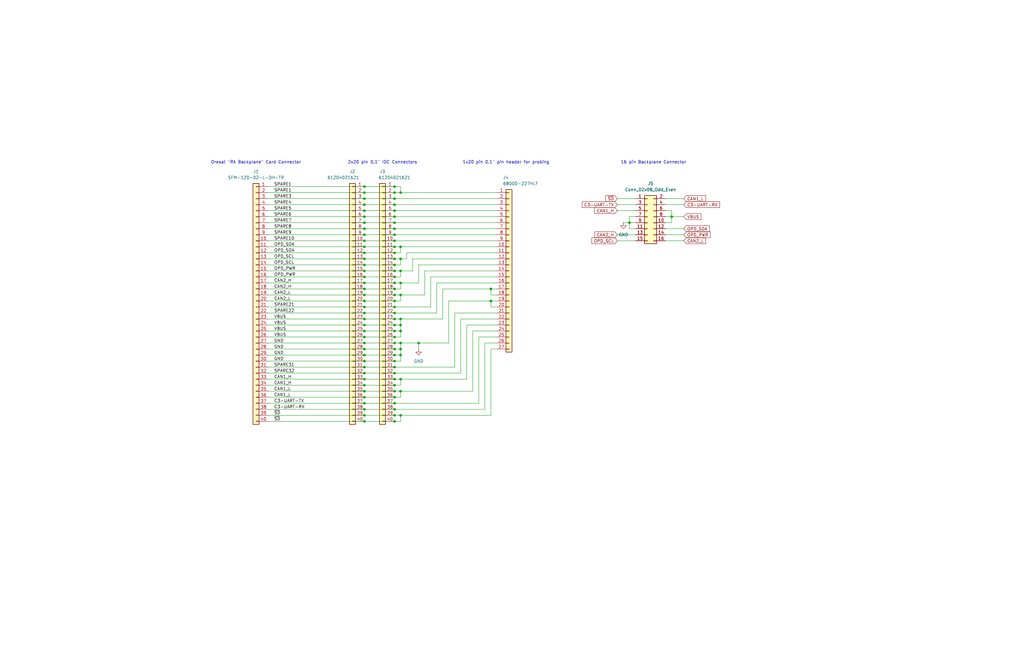
<source format=kicad_sch>
(kicad_sch (version 20231120) (generator "eeschema") (generator_version "8.0")
  (paper "USLedger")
  (title_block (title "OreSat FlatSat Card Connector") (date "2025-01-14") (rev "2.1"))
  (lib_symbols
    (symbol "Connector_Generic:Conn_01x27" (pin_names (offset 1.016) hide)
      (property "Reference" "J" (at 0 35.56 0))
      (property "Value" "Conn_01x27" (at 0 -35.56 0))
      (symbol "Conn_01x27_1_1"
        (rectangle (start -1.27 -32.893) (end 0 -33.147) (stroke (width 0.1524)))
        (rectangle (start -1.27 -30.353) (end 0 -30.607) (stroke (width 0.1524)))
        (rectangle (start -1.27 -27.813) (end 0 -28.067) (stroke (width 0.1524)))
        (rectangle (start -1.27 -25.273) (end 0 -25.527) (stroke (width 0.1524)))
        (rectangle (start -1.27 -22.733) (end 0 -22.987) (stroke (width 0.1524)))
        (rectangle (start -1.27 -20.193) (end 0 -20.447) (stroke (width 0.1524)))
        (rectangle (start -1.27 -17.653) (end 0 -17.907) (stroke (width 0.1524)))
        (rectangle (start -1.27 -15.113) (end 0 -15.367) (stroke (width 0.1524)))
        (rectangle (start -1.27 -12.573) (end 0 -12.827) (stroke (width 0.1524)))
        (rectangle (start -1.27 -10.033) (end 0 -10.287) (stroke (width 0.1524)))
        (rectangle (start -1.27 -7.493) (end 0 -7.747) (stroke (width 0.1524)))
        (rectangle (start -1.27 -4.953) (end 0 -5.207) (stroke (width 0.1524)))
        (rectangle (start -1.27 -2.413) (end 0 -2.667) (stroke (width 0.1524)))
        (rectangle (start -1.27 0.127) (end 0 -0.127) (stroke (width 0.1524)))
        (rectangle (start -1.27 2.667) (end 0 2.413) (stroke (width 0.1524)))
        (rectangle (start -1.27 5.207) (end 0 4.953) (stroke (width 0.1524)))
        (rectangle (start -1.27 7.747) (end 0 7.493) (stroke (width 0.1524)))
        (rectangle (start -1.27 10.287) (end 0 10.033) (stroke (width 0.1524)))
        (rectangle (start -1.27 12.827) (end 0 12.573) (stroke (width 0.1524)))
        (rectangle (start -1.27 15.367) (end 0 15.113) (stroke (width 0.1524)))
        (rectangle (start -1.27 17.907) (end 0 17.653) (stroke (width 0.1524)))
        (rectangle (start -1.27 20.447) (end 0 20.193) (stroke (width 0.1524)))
        (rectangle (start -1.27 22.987) (end 0 22.733) (stroke (width 0.1524)))
        (rectangle (start -1.27 25.527) (end 0 25.273) (stroke (width 0.1524)))
        (rectangle (start -1.27 28.067) (end 0 27.813) (stroke (width 0.1524)))
        (rectangle (start -1.27 30.607) (end 0 30.353) (stroke (width 0.1524)))
        (rectangle (start -1.27 33.147) (end 0 32.893) (stroke (width 0.1524)))
        (rectangle (start -1.27 34.29) (end 1.27 -34.29) (stroke (width 0.254)) (fill (type background)))
        (pin passive line (at -5.08 33.02 0) (length 3.81) (name "Pin_1") (number "1"))
        (pin passive line (at -5.08 10.16 0) (length 3.81) (name "Pin_10") (number "10"))
        (pin passive line (at -5.08 7.62 0) (length 3.81) (name "Pin_11") (number "11"))
        (pin passive line (at -5.08 5.08 0) (length 3.81) (name "Pin_12") (number "12"))
        (pin passive line (at -5.08 2.54 0) (length 3.81) (name "Pin_13") (number "13"))
        (pin passive line (at -5.08 0 0) (length 3.81) (name "Pin_14") (number "14"))
        (pin passive line (at -5.08 -2.54 0) (length 3.81) (name "Pin_15") (number "15"))
        (pin passive line (at -5.08 -5.08 0) (length 3.81) (name "Pin_16") (number "16"))
        (pin passive line (at -5.08 -7.62 0) (length 3.81) (name "Pin_17") (number "17"))
        (pin passive line (at -5.08 -10.16 0) (length 3.81) (name "Pin_18") (number "18"))
        (pin passive line (at -5.08 -12.7 0) (length 3.81) (name "Pin_19") (number "19"))
        (pin passive line (at -5.08 30.48 0) (length 3.81) (name "Pin_2") (number "2"))
        (pin passive line (at -5.08 -15.24 0) (length 3.81) (name "Pin_20") (number "20"))
        (pin passive line (at -5.08 -17.78 0) (length 3.81) (name "Pin_21") (number "21"))
        (pin passive line (at -5.08 -20.32 0) (length 3.81) (name "Pin_22") (number "22"))
        (pin passive line (at -5.08 -22.86 0) (length 3.81) (name "Pin_23") (number "23"))
        (pin passive line (at -5.08 -25.4 0) (length 3.81) (name "Pin_24") (number "24"))
        (pin passive line (at -5.08 -27.94 0) (length 3.81) (name "Pin_25") (number "25"))
        (pin passive line (at -5.08 -30.48 0) (length 3.81) (name "Pin_26") (number "26"))
        (pin passive line (at -5.08 -33.02 0) (length 3.81) (name "Pin_27") (number "27"))
        (pin passive line (at -5.08 27.94 0) (length 3.81) (name "Pin_3") (number "3"))
        (pin passive line (at -5.08 25.4 0) (length 3.81) (name "Pin_4") (number "4"))
        (pin passive line (at -5.08 22.86 0) (length 3.81) (name "Pin_5") (number "5"))
        (pin passive line (at -5.08 20.32 0) (length 3.81) (name "Pin_6") (number "6"))
        (pin passive line (at -5.08 17.78 0) (length 3.81) (name "Pin_7") (number "7"))
        (pin passive line (at -5.08 15.24 0) (length 3.81) (name "Pin_8") (number "8"))
        (pin passive line (at -5.08 12.7 0) (length 3.81) (name "Pin_9") (number "9"))
      )
    )
    (symbol "Connector_Generic:Conn_01x40" (pin_names (offset 1.016) hide)
      (property "Reference" "J" (at 0 50.8 0))
      (property "Value" "Conn_01x40" (at 0 -53.34 0))
      (symbol "Conn_01x40_1_1"
        (rectangle (start -1.27 -50.673) (end 0 -50.927) (stroke (width 0.1524)))
        (rectangle (start -1.27 -48.133) (end 0 -48.387) (stroke (width 0.1524)))
        (rectangle (start -1.27 -45.593) (end 0 -45.847) (stroke (width 0.1524)))
        (rectangle (start -1.27 -43.053) (end 0 -43.307) (stroke (width 0.1524)))
        (rectangle (start -1.27 -40.513) (end 0 -40.767) (stroke (width 0.1524)))
        (rectangle (start -1.27 -37.973) (end 0 -38.227) (stroke (width 0.1524)))
        (rectangle (start -1.27 -35.433) (end 0 -35.687) (stroke (width 0.1524)))
        (rectangle (start -1.27 -32.893) (end 0 -33.147) (stroke (width 0.1524)))
        (rectangle (start -1.27 -30.353) (end 0 -30.607) (stroke (width 0.1524)))
        (rectangle (start -1.27 -27.813) (end 0 -28.067) (stroke (width 0.1524)))
        (rectangle (start -1.27 -25.273) (end 0 -25.527) (stroke (width 0.1524)))
        (rectangle (start -1.27 -22.733) (end 0 -22.987) (stroke (width 0.1524)))
        (rectangle (start -1.27 -20.193) (end 0 -20.447) (stroke (width 0.1524)))
        (rectangle (start -1.27 -17.653) (end 0 -17.907) (stroke (width 0.1524)))
        (rectangle (start -1.27 -15.113) (end 0 -15.367) (stroke (width 0.1524)))
        (rectangle (start -1.27 -12.573) (end 0 -12.827) (stroke (width 0.1524)))
        (rectangle (start -1.27 -10.033) (end 0 -10.287) (stroke (width 0.1524)))
        (rectangle (start -1.27 -7.493) (end 0 -7.747) (stroke (width 0.1524)))
        (rectangle (start -1.27 -4.953) (end 0 -5.207) (stroke (width 0.1524)))
        (rectangle (start -1.27 -2.413) (end 0 -2.667) (stroke (width 0.1524)))
        (rectangle (start -1.27 0.127) (end 0 -0.127) (stroke (width 0.1524)))
        (rectangle (start -1.27 2.667) (end 0 2.413) (stroke (width 0.1524)))
        (rectangle (start -1.27 5.207) (end 0 4.953) (stroke (width 0.1524)))
        (rectangle (start -1.27 7.747) (end 0 7.493) (stroke (width 0.1524)))
        (rectangle (start -1.27 10.287) (end 0 10.033) (stroke (width 0.1524)))
        (rectangle (start -1.27 12.827) (end 0 12.573) (stroke (width 0.1524)))
        (rectangle (start -1.27 15.367) (end 0 15.113) (stroke (width 0.1524)))
        (rectangle (start -1.27 17.907) (end 0 17.653) (stroke (width 0.1524)))
        (rectangle (start -1.27 20.447) (end 0 20.193) (stroke (width 0.1524)))
        (rectangle (start -1.27 22.987) (end 0 22.733) (stroke (width 0.1524)))
        (rectangle (start -1.27 25.527) (end 0 25.273) (stroke (width 0.1524)))
        (rectangle (start -1.27 28.067) (end 0 27.813) (stroke (width 0.1524)))
        (rectangle (start -1.27 30.607) (end 0 30.353) (stroke (width 0.1524)))
        (rectangle (start -1.27 33.147) (end 0 32.893) (stroke (width 0.1524)))
        (rectangle (start -1.27 35.687) (end 0 35.433) (stroke (width 0.1524)))
        (rectangle (start -1.27 38.227) (end 0 37.973) (stroke (width 0.1524)))
        (rectangle (start -1.27 40.767) (end 0 40.513) (stroke (width 0.1524)))
        (rectangle (start -1.27 43.307) (end 0 43.053) (stroke (width 0.1524)))
        (rectangle (start -1.27 45.847) (end 0 45.593) (stroke (width 0.1524)))
        (rectangle (start -1.27 48.387) (end 0 48.133) (stroke (width 0.1524)))
        (rectangle (start -1.27 49.53) (end 1.27 -52.07) (stroke (width 0.254)) (fill (type background)))
        (pin passive line (at -5.08 48.26 0) (length 3.81) (name "Pin_1") (number "1"))
        (pin passive line (at -5.08 25.4 0) (length 3.81) (name "Pin_10") (number "10"))
        (pin passive line (at -5.08 22.86 0) (length 3.81) (name "Pin_11") (number "11"))
        (pin passive line (at -5.08 20.32 0) (length 3.81) (name "Pin_12") (number "12"))
        (pin passive line (at -5.08 17.78 0) (length 3.81) (name "Pin_13") (number "13"))
        (pin passive line (at -5.08 15.24 0) (length 3.81) (name "Pin_14") (number "14"))
        (pin passive line (at -5.08 12.7 0) (length 3.81) (name "Pin_15") (number "15"))
        (pin passive line (at -5.08 10.16 0) (length 3.81) (name "Pin_16") (number "16"))
        (pin passive line (at -5.08 7.62 0) (length 3.81) (name "Pin_17") (number "17"))
        (pin passive line (at -5.08 5.08 0) (length 3.81) (name "Pin_18") (number "18"))
        (pin passive line (at -5.08 2.54 0) (length 3.81) (name "Pin_19") (number "19"))
        (pin passive line (at -5.08 45.72 0) (length 3.81) (name "Pin_2") (number "2"))
        (pin passive line (at -5.08 0 0) (length 3.81) (name "Pin_20") (number "20"))
        (pin passive line (at -5.08 -2.54 0) (length 3.81) (name "Pin_21") (number "21"))
        (pin passive line (at -5.08 -5.08 0) (length 3.81) (name "Pin_22") (number "22"))
        (pin passive line (at -5.08 -7.62 0) (length 3.81) (name "Pin_23") (number "23"))
        (pin passive line (at -5.08 -10.16 0) (length 3.81) (name "Pin_24") (number "24"))
        (pin passive line (at -5.08 -12.7 0) (length 3.81) (name "Pin_25") (number "25"))
        (pin passive line (at -5.08 -15.24 0) (length 3.81) (name "Pin_26") (number "26"))
        (pin passive line (at -5.08 -17.78 0) (length 3.81) (name "Pin_27") (number "27"))
        (pin passive line (at -5.08 -20.32 0) (length 3.81) (name "Pin_28") (number "28"))
        (pin passive line (at -5.08 -22.86 0) (length 3.81) (name "Pin_29") (number "29"))
        (pin passive line (at -5.08 43.18 0) (length 3.81) (name "Pin_3") (number "3"))
        (pin passive line (at -5.08 -25.4 0) (length 3.81) (name "Pin_30") (number "30"))
        (pin passive line (at -5.08 -27.94 0) (length 3.81) (name "Pin_31") (number "31"))
        (pin passive line (at -5.08 -30.48 0) (length 3.81) (name "Pin_32") (number "32"))
        (pin passive line (at -5.08 -33.02 0) (length 3.81) (name "Pin_33") (number "33"))
        (pin passive line (at -5.08 -35.56 0) (length 3.81) (name "Pin_34") (number "34"))
        (pin passive line (at -5.08 -38.1 0) (length 3.81) (name "Pin_35") (number "35"))
        (pin passive line (at -5.08 -40.64 0) (length 3.81) (name "Pin_36") (number "36"))
        (pin passive line (at -5.08 -43.18 0) (length 3.81) (name "Pin_37") (number "37"))
        (pin passive line (at -5.08 -45.72 0) (length 3.81) (name "Pin_38") (number "38"))
        (pin passive line (at -5.08 -48.26 0) (length 3.81) (name "Pin_39") (number "39"))
        (pin passive line (at -5.08 40.64 0) (length 3.81) (name "Pin_4") (number "4"))
        (pin passive line (at -5.08 -50.8 0) (length 3.81) (name "Pin_40") (number "40"))
        (pin passive line (at -5.08 38.1 0) (length 3.81) (name "Pin_5") (number "5"))
        (pin passive line (at -5.08 35.56 0) (length 3.81) (name "Pin_6") (number "6"))
        (pin passive line (at -5.08 33.02 0) (length 3.81) (name "Pin_7") (number "7"))
        (pin passive line (at -5.08 30.48 0) (length 3.81) (name "Pin_8") (number "8"))
        (pin passive line (at -5.08 27.94 0) (length 3.81) (name "Pin_9") (number "9"))
      )
    )
    (symbol "Connector_Generic:Conn_02x08_Odd_Even" (pin_names (offset 1.016) hide)
      (property "Reference" "J" (at 1.27 10.16 0))
      (property "Value" "Conn_02x08_Odd_Even" (at 1.27 -12.7 0))
      (symbol "Conn_02x08_Odd_Even_1_1"
        (rectangle (start -1.27 -10.033) (end 0 -10.287) (stroke (width 0.1524)))
        (rectangle (start -1.27 -7.493) (end 0 -7.747) (stroke (width 0.1524)))
        (rectangle (start -1.27 -4.953) (end 0 -5.207) (stroke (width 0.1524)))
        (rectangle (start -1.27 -2.413) (end 0 -2.667) (stroke (width 0.1524)))
        (rectangle (start -1.27 0.127) (end 0 -0.127) (stroke (width 0.1524)))
        (rectangle (start -1.27 2.667) (end 0 2.413) (stroke (width 0.1524)))
        (rectangle (start -1.27 5.207) (end 0 4.953) (stroke (width 0.1524)))
        (rectangle (start -1.27 7.747) (end 0 7.493) (stroke (width 0.1524)))
        (rectangle (start -1.27 8.89) (end 3.81 -11.43) (stroke (width 0.254)) (fill (type background)))
        (rectangle (start 3.81 -10.033) (end 2.54 -10.287) (stroke (width 0.1524)))
        (rectangle (start 3.81 -7.493) (end 2.54 -7.747) (stroke (width 0.1524)))
        (rectangle (start 3.81 -4.953) (end 2.54 -5.207) (stroke (width 0.1524)))
        (rectangle (start 3.81 -2.413) (end 2.54 -2.667) (stroke (width 0.1524)))
        (rectangle (start 3.81 0.127) (end 2.54 -0.127) (stroke (width 0.1524)))
        (rectangle (start 3.81 2.667) (end 2.54 2.413) (stroke (width 0.1524)))
        (rectangle (start 3.81 5.207) (end 2.54 4.953) (stroke (width 0.1524)))
        (rectangle (start 3.81 7.747) (end 2.54 7.493) (stroke (width 0.1524)))
        (pin passive line (at -5.08 7.62 0) (length 3.81) (name "Pin_1") (number "1"))
        (pin passive line (at 7.62 -2.54 180) (length 3.81) (name "Pin_10") (number "10"))
        (pin passive line (at -5.08 -5.08 0) (length 3.81) (name "Pin_11") (number "11"))
        (pin passive line (at 7.62 -5.08 180) (length 3.81) (name "Pin_12") (number "12"))
        (pin passive line (at -5.08 -7.62 0) (length 3.81) (name "Pin_13") (number "13"))
        (pin passive line (at 7.62 -7.62 180) (length 3.81) (name "Pin_14") (number "14"))
        (pin passive line (at -5.08 -10.16 0) (length 3.81) (name "Pin_15") (number "15"))
        (pin passive line (at 7.62 -10.16 180) (length 3.81) (name "Pin_16") (number "16"))
        (pin passive line (at 7.62 7.62 180) (length 3.81) (name "Pin_2") (number "2"))
        (pin passive line (at -5.08 5.08 0) (length 3.81) (name "Pin_3") (number "3"))
        (pin passive line (at 7.62 5.08 180) (length 3.81) (name "Pin_4") (number "4"))
        (pin passive line (at -5.08 2.54 0) (length 3.81) (name "Pin_5") (number "5"))
        (pin passive line (at 7.62 2.54 180) (length 3.81) (name "Pin_6") (number "6"))
        (pin passive line (at -5.08 0 0) (length 3.81) (name "Pin_7") (number "7"))
        (pin passive line (at 7.62 0 180) (length 3.81) (name "Pin_8") (number "8"))
        (pin passive line (at -5.08 -2.54 0) (length 3.81) (name "Pin_9") (number "9"))
      )
    )
    (symbol "power:GND" (power) (pin_numbers hide) (pin_names (offset 0) hide)
      (property "Value" "GND" (at 0 -3.81 0))
      (symbol "GND_0_1"
        (polyline (pts (xy 0 0) (xy 0 -1.27) (xy 1.27 -1.27) (xy 0 -2.54) (xy -1.27 -1.27) (xy 0 -1.27)))
      )
      (symbol "GND_1_1"
        (pin power_in line (at 0 0 270) (length 0) (name "~") (number "1"))
      )
    )
  )
  (junction (at 166.37 152.4) (diameter 0.9144))
  (junction (at 153.67 83.82) (diameter 0.9144))
  (junction (at 166.37 78.74) (diameter 0.9144))
  (junction (at 166.37 129.54) (diameter 0.9144))
  (junction (at 166.37 167.64) (diameter 0.9144))
  (junction (at 166.37 83.82) (diameter 0.9144))
  (junction (at 153.67 119.38) (diameter 0.9144))
  (junction (at 166.37 91.44) (diameter 0.9144))
  (junction (at 168.91 109.22) (diameter 0.9144))
  (junction (at 166.37 144.78) (diameter 0.9144))
  (junction (at 168.91 147.32) (diameter 0.9144))
  (junction (at 153.67 114.3) (diameter 0.9144))
  (junction (at 153.67 91.44) (diameter 0.9144))
  (junction (at 153.67 152.4) (diameter 0.9144))
  (junction (at 166.37 81.28) (diameter 0.9144))
  (junction (at 153.67 96.52) (diameter 0.9144))
  (junction (at 153.67 149.86) (diameter 0.9144))
  (junction (at 168.91 160.02) (diameter 0.9144))
  (junction (at 166.37 86.36) (diameter 0.9144))
  (junction (at 153.67 93.98) (diameter 0.9144))
  (junction (at 153.67 99.06) (diameter 0.9144))
  (junction (at 153.67 124.46) (diameter 0.9144))
  (junction (at 153.67 162.56) (diameter 0.9144))
  (junction (at 153.67 109.22) (diameter 0.9144))
  (junction (at 153.67 129.54) (diameter 0.9144))
  (junction (at 166.37 132.08) (diameter 0.9144))
  (junction (at 166.37 149.86) (diameter 0.9144))
  (junction (at 166.37 127) (diameter 0.9144))
  (junction (at 168.91 149.86) (diameter 0.9144))
  (junction (at 283.21 91.44))
  (junction (at 207.01 121.92) (diameter 0.9144))
  (junction (at 166.37 137.16) (diameter 0.9144))
  (junction (at 153.67 175.26) (diameter 0.9144))
  (junction (at 153.67 104.14) (diameter 0.9144))
  (junction (at 166.37 177.8) (diameter 0.9144))
  (junction (at 166.37 104.14) (diameter 0.9144))
  (junction (at 153.67 88.9) (diameter 0.9144))
  (junction (at 168.91 165.1) (diameter 0.9144))
  (junction (at 166.37 114.3) (diameter 0.9144))
  (junction (at 166.37 119.38) (diameter 0.9144))
  (junction (at 166.37 162.56) (diameter 0.9144))
  (junction (at 166.37 124.46) (diameter 0.9144))
  (junction (at 153.67 101.6) (diameter 0.9144))
  (junction (at 168.91 104.14) (diameter 0.9144))
  (junction (at 168.91 124.46) (diameter 0.9144))
  (junction (at 153.67 116.84) (diameter 0.9144))
  (junction (at 166.37 157.48) (diameter 0.9144))
  (junction (at 153.67 127) (diameter 0.9144))
  (junction (at 166.37 96.52) (diameter 0.9144))
  (junction (at 166.37 142.24) (diameter 0.9144))
  (junction (at 166.37 160.02) (diameter 0.9144))
  (junction (at 153.67 160.02) (diameter 0.9144))
  (junction (at 153.67 106.68) (diameter 0.9144))
  (junction (at 153.67 177.8) (diameter 0.9144))
  (junction (at 153.67 78.74) (diameter 0.9144))
  (junction (at 153.67 121.92) (diameter 0.9144))
  (junction (at 166.37 111.76) (diameter 0.9144))
  (junction (at 166.37 170.18) (diameter 0.9144))
  (junction (at 166.37 109.22) (diameter 0.9144))
  (junction (at 153.67 170.18) (diameter 0.9144))
  (junction (at 168.91 139.7) (diameter 0.9144))
  (junction (at 166.37 88.9) (diameter 0.9144))
  (junction (at 153.67 111.76) (diameter 0.9144))
  (junction (at 166.37 147.32) (diameter 0.9144))
  (junction (at 166.37 165.1) (diameter 0.9144))
  (junction (at 153.67 142.24) (diameter 0.9144))
  (junction (at 166.37 172.72) (diameter 0.9144))
  (junction (at 265.43 93.98))
  (junction (at 168.91 81.28) (diameter 0.9144))
  (junction (at 166.37 106.68) (diameter 0.9144))
  (junction (at 153.67 134.62) (diameter 0.9144))
  (junction (at 207.01 127) (diameter 0.9144))
  (junction (at 153.67 81.28) (diameter 0.9144))
  (junction (at 176.53 144.78))
  (junction (at 153.67 86.36) (diameter 0.9144))
  (junction (at 153.67 157.48) (diameter 0.9144))
  (junction (at 166.37 101.6) (diameter 0.9144))
  (junction (at 153.67 144.78) (diameter 0.9144))
  (junction (at 166.37 139.7) (diameter 0.9144))
  (junction (at 153.67 147.32) (diameter 0.9144))
  (junction (at 153.67 167.64) (diameter 0.9144))
  (junction (at 166.37 154.94) (diameter 0.9144))
  (junction (at 168.91 175.26) (diameter 0.9144))
  (junction (at 168.91 137.16) (diameter 0.9144))
  (junction (at 153.67 172.72) (diameter 0.9144))
  (junction (at 166.37 116.84) (diameter 0.9144))
  (junction (at 153.67 154.94) (diameter 0.9144))
  (junction (at 153.67 139.7) (diameter 0.9144))
  (junction (at 168.91 114.3) (diameter 0.9144))
  (junction (at 166.37 121.92) (diameter 0.9144))
  (junction (at 166.37 99.06) (diameter 0.9144))
  (junction (at 153.67 132.08) (diameter 0.9144))
  (junction (at 153.67 165.1) (diameter 0.9144))
  (junction (at 168.91 119.38) (diameter 0.9144))
  (junction (at 168.91 134.62) (diameter 0.9144))
  (junction (at 153.67 137.16) (diameter 0.9144))
  (junction (at 166.37 134.62) (diameter 0.9144))
  (junction (at 168.91 144.78) (diameter 0.9144))
  (junction (at 166.37 175.26) (diameter 0.9144))
  (junction (at 166.37 93.98) (diameter 0.9144))
  (wire (pts (xy 166.37 111.76) (xy 168.91 111.76)))
  (wire (pts (xy 168.91 109.22) (xy 171.45 109.22)))
  (wire (pts (xy 168.91 111.76) (xy 168.91 109.22)))
  (wire (pts (xy 153.67 111.76) (xy 166.37 111.76)))
  (wire (pts (xy 113.03 104.14) (xy 153.67 104.14)))
  (wire (pts (xy 267.97 93.98) (xy 265.43 93.98)))
  (wire (pts (xy 166.37 154.94) (xy 191.77 154.94)))
  (wire (pts (xy 191.77 154.94) (xy 191.77 132.08)))
  (wire (pts (xy 113.03 162.56) (xy 153.67 162.56)))
  (wire (pts (xy 113.03 91.44) (xy 153.67 91.44)))
  (wire (pts (xy 166.37 114.3) (xy 168.91 114.3)))
  (wire (pts (xy 166.37 116.84) (xy 168.91 116.84)))
  (wire (pts (xy 168.91 116.84) (xy 168.91 114.3)))
  (wire (pts (xy 283.21 91.44) (xy 288.29 91.44)))
  (wire (pts (xy 168.91 104.14) (xy 168.91 106.68)))
  (wire (pts (xy 265.43 93.98) (xy 265.43 96.52)))
  (wire (pts (xy 166.37 109.22) (xy 168.91 109.22)))
  (wire (pts (xy 199.39 139.7) (xy 209.55 139.7)))
  (wire (pts (xy 184.15 119.38) (xy 184.15 132.08)))
  (wire (pts (xy 209.55 119.38) (xy 184.15 119.38)))
  (wire (pts (xy 113.03 144.78) (xy 153.67 144.78)))
  (wire (pts (xy 166.37 104.14) (xy 168.91 104.14)))
  (wire (pts (xy 153.67 93.98) (xy 166.37 93.98)))
  (wire (pts (xy 194.31 134.62) (xy 209.55 134.62)))
  (wire (pts (xy 166.37 152.4) (xy 168.91 152.4)))
  (wire (pts (xy 168.91 149.86) (xy 168.91 147.32)))
  (wire (pts (xy 168.91 152.4) (xy 168.91 149.86)))
  (wire (pts (xy 260.35 101.6) (xy 267.97 101.6)))
  (wire (pts (xy 153.67 165.1) (xy 166.37 165.1)))
  (wire (pts (xy 113.03 160.02) (xy 153.67 160.02)))
  (wire (pts (xy 191.77 132.08) (xy 209.55 132.08)))
  (wire (pts (xy 189.23 127) (xy 189.23 144.78)))
  (wire (pts (xy 171.45 106.68) (xy 171.45 109.22)))
  (wire (pts (xy 209.55 106.68) (xy 171.45 106.68)))
  (wire (pts (xy 153.67 167.64) (xy 166.37 167.64)))
  (wire (pts (xy 113.03 96.52) (xy 153.67 96.52)))
  (wire (pts (xy 113.03 132.08) (xy 153.67 132.08)))
  (wire (pts (xy 113.03 152.4) (xy 153.67 152.4)))
  (wire (pts (xy 166.37 134.62) (xy 168.91 134.62)))
  (wire (pts (xy 168.91 134.62) (xy 168.91 137.16)))
  (wire (pts (xy 265.43 91.44) (xy 265.43 93.98)))
  (wire (pts (xy 113.03 101.6) (xy 153.67 101.6)))
  (wire (pts (xy 207.01 127) (xy 209.55 127)))
  (wire (pts (xy 207.01 129.54) (xy 207.01 127)))
  (wire (pts (xy 209.55 129.54) (xy 207.01 129.54)))
  (wire (pts (xy 168.91 165.1) (xy 199.39 165.1)))
  (wire (pts (xy 199.39 139.7) (xy 199.39 165.1)))
  (wire (pts (xy 153.67 121.92) (xy 166.37 121.92)))
  (wire (pts (xy 153.67 106.68) (xy 166.37 106.68)))
  (wire (pts (xy 113.03 116.84) (xy 153.67 116.84)))
  (wire (pts (xy 280.67 96.52) (xy 288.29 96.52)))
  (wire (pts (xy 179.07 114.3) (xy 179.07 124.46)))
  (wire (pts (xy 209.55 114.3) (xy 179.07 114.3)))
  (wire (pts (xy 153.67 104.14) (xy 166.37 104.14)))
  (wire (pts (xy 201.93 142.24) (xy 209.55 142.24)))
  (wire (pts (xy 153.67 88.9) (xy 166.37 88.9)))
  (wire (pts (xy 153.67 101.6) (xy 166.37 101.6)))
  (wire (pts (xy 153.67 81.28) (xy 166.37 81.28)))
  (wire (pts (xy 113.03 177.8) (xy 153.67 177.8)))
  (wire (pts (xy 260.35 88.9) (xy 267.97 88.9)))
  (wire (pts (xy 153.67 147.32) (xy 166.37 147.32)))
  (wire (pts (xy 283.21 91.44) (xy 283.21 93.98)))
  (wire (pts (xy 176.53 144.78) (xy 176.53 147.32)))
  (wire (pts (xy 113.03 172.72) (xy 153.67 172.72)))
  (wire (pts (xy 166.37 147.32) (xy 168.91 147.32)))
  (wire (pts (xy 280.67 86.36) (xy 288.29 86.36)))
  (wire (pts (xy 280.67 99.06) (xy 288.29 99.06)))
  (wire (pts (xy 153.67 119.38) (xy 166.37 119.38)))
  (wire (pts (xy 166.37 137.16) (xy 168.91 137.16)))
  (wire (pts (xy 166.37 91.44) (xy 209.55 91.44)))
  (wire (pts (xy 166.37 129.54) (xy 181.61 129.54)))
  (wire (pts (xy 153.67 152.4) (xy 166.37 152.4)))
  (wire (pts (xy 153.67 132.08) (xy 166.37 132.08)))
  (wire (pts (xy 113.03 157.48) (xy 153.67 157.48)))
  (wire (pts (xy 260.35 99.06) (xy 267.97 99.06)))
  (wire (pts (xy 113.03 165.1) (xy 153.67 165.1)))
  (wire (pts (xy 166.37 119.38) (xy 168.91 119.38)))
  (wire (pts (xy 168.91 119.38) (xy 168.91 121.92)))
  (wire (pts (xy 176.53 144.78) (xy 189.23 144.78)))
  (wire (pts (xy 166.37 160.02) (xy 168.91 160.02)))
  (wire (pts (xy 166.37 162.56) (xy 168.91 162.56)))
  (wire (pts (xy 168.91 160.02) (xy 168.91 162.56)))
  (wire (pts (xy 166.37 177.8) (xy 168.91 177.8)))
  (wire (pts (xy 168.91 175.26) (xy 166.37 175.26)))
  (wire (pts (xy 168.91 177.8) (xy 168.91 175.26)))
  (wire (pts (xy 168.91 134.62) (xy 186.69 134.62)))
  (wire (pts (xy 166.37 106.68) (xy 168.91 106.68)))
  (wire (pts (xy 260.35 83.82) (xy 267.97 83.82)))
  (wire (pts (xy 113.03 170.18) (xy 153.67 170.18)))
  (wire (pts (xy 168.91 114.3) (xy 173.99 114.3)))
  (wire (pts (xy 280.67 93.98) (xy 283.21 93.98)))
  (wire (pts (xy 196.85 137.16) (xy 209.55 137.16)))
  (wire (pts (xy 113.03 149.86) (xy 153.67 149.86)))
  (wire (pts (xy 260.35 86.36) (xy 267.97 86.36)))
  (wire (pts (xy 166.37 142.24) (xy 168.91 142.24)))
  (wire (pts (xy 168.91 139.7) (xy 168.91 137.16)))
  (wire (pts (xy 168.91 142.24) (xy 168.91 139.7)))
  (wire (pts (xy 166.37 93.98) (xy 209.55 93.98)))
  (wire (pts (xy 113.03 147.32) (xy 153.67 147.32)))
  (wire (pts (xy 153.67 142.24) (xy 166.37 142.24)))
  (wire (pts (xy 168.91 119.38) (xy 176.53 119.38)))
  (wire (pts (xy 153.67 160.02) (xy 166.37 160.02)))
  (wire (pts (xy 153.67 134.62) (xy 166.37 134.62)))
  (wire (pts (xy 166.37 157.48) (xy 194.31 157.48)))
  (wire (pts (xy 194.31 134.62) (xy 194.31 157.48)))
  (wire (pts (xy 153.67 86.36) (xy 166.37 86.36)))
  (wire (pts (xy 113.03 137.16) (xy 153.67 137.16)))
  (wire (pts (xy 153.67 175.26) (xy 166.37 175.26)))
  (wire (pts (xy 207.01 121.92) (xy 207.01 124.46)))
  (wire (pts (xy 209.55 124.46) (xy 207.01 124.46)))
  (wire (pts (xy 153.67 91.44) (xy 166.37 91.44)))
  (wire (pts (xy 153.67 129.54) (xy 166.37 129.54)))
  (wire (pts (xy 153.67 99.06) (xy 166.37 99.06)))
  (wire (pts (xy 166.37 81.28) (xy 168.91 81.28)))
  (wire (pts (xy 168.91 81.28) (xy 209.55 81.28)))
  (wire (pts (xy 265.43 96.52) (xy 267.97 96.52)))
  (wire (pts (xy 166.37 139.7) (xy 168.91 139.7)))
  (wire (pts (xy 153.67 137.16) (xy 166.37 137.16)))
  (wire (pts (xy 153.67 144.78) (xy 166.37 144.78)))
  (wire (pts (xy 153.67 124.46) (xy 166.37 124.46)))
  (wire (pts (xy 168.91 160.02) (xy 196.85 160.02)))
  (wire (pts (xy 173.99 109.22) (xy 209.55 109.22)))
  (wire (pts (xy 173.99 114.3) (xy 173.99 109.22)))
  (wire (pts (xy 166.37 172.72) (xy 204.47 172.72)))
  (wire (pts (xy 204.47 172.72) (xy 204.47 144.78)))
  (wire (pts (xy 166.37 170.18) (xy 201.93 170.18)))
  (wire (pts (xy 201.93 170.18) (xy 201.93 142.24)))
  (wire (pts (xy 113.03 111.76) (xy 153.67 111.76)))
  (wire (pts (xy 113.03 127) (xy 153.67 127)))
  (wire (pts (xy 166.37 86.36) (xy 209.55 86.36)))
  (wire (pts (xy 153.67 83.82) (xy 166.37 83.82)))
  (wire (pts (xy 153.67 127) (xy 166.37 127)))
  (wire (pts (xy 113.03 175.26) (xy 153.67 175.26)))
  (wire (pts (xy 153.67 116.84) (xy 166.37 116.84)))
  (wire (pts (xy 166.37 144.78) (xy 168.91 144.78)))
  (wire (pts (xy 168.91 144.78) (xy 168.91 147.32)))
  (wire (pts (xy 113.03 139.7) (xy 153.67 139.7)))
  (wire (pts (xy 113.03 167.64) (xy 153.67 167.64)))
  (wire (pts (xy 153.67 114.3) (xy 166.37 114.3)))
  (wire (pts (xy 166.37 99.06) (xy 209.55 99.06)))
  (wire (pts (xy 166.37 96.52) (xy 209.55 96.52)))
  (wire (pts (xy 113.03 106.68) (xy 153.67 106.68)))
  (wire (pts (xy 166.37 121.92) (xy 168.91 121.92)))
  (wire (pts (xy 166.37 101.6) (xy 209.55 101.6)))
  (wire (pts (xy 207.01 147.32) (xy 209.55 147.32)))
  (wire (pts (xy 207.01 175.26) (xy 207.01 147.32)))
  (wire (pts (xy 113.03 83.82) (xy 153.67 83.82)))
  (wire (pts (xy 166.37 88.9) (xy 209.55 88.9)))
  (wire (pts (xy 166.37 83.82) (xy 209.55 83.82)))
  (wire (pts (xy 113.03 86.36) (xy 153.67 86.36)))
  (wire (pts (xy 153.67 96.52) (xy 166.37 96.52)))
  (wire (pts (xy 113.03 124.46) (xy 153.67 124.46)))
  (wire (pts (xy 153.67 157.48) (xy 166.37 157.48)))
  (wire (pts (xy 280.67 91.44) (xy 283.21 91.44)))
  (wire (pts (xy 113.03 81.28) (xy 153.67 81.28)))
  (wire (pts (xy 166.37 165.1) (xy 168.91 165.1)))
  (wire (pts (xy 166.37 78.74) (xy 168.91 78.74)))
  (wire (pts (xy 168.91 78.74) (xy 168.91 81.28)))
  (wire (pts (xy 153.67 177.8) (xy 166.37 177.8)))
  (wire (pts (xy 113.03 114.3) (xy 153.67 114.3)))
  (wire (pts (xy 166.37 132.08) (xy 184.15 132.08)))
  (wire (pts (xy 283.21 88.9) (xy 283.21 91.44)))
  (wire (pts (xy 280.67 83.82) (xy 288.29 83.82)))
  (wire (pts (xy 280.67 88.9) (xy 283.21 88.9)))
  (wire (pts (xy 181.61 116.84) (xy 181.61 129.54)))
  (wire (pts (xy 209.55 116.84) (xy 181.61 116.84)))
  (wire (pts (xy 153.67 109.22) (xy 166.37 109.22)))
  (wire (pts (xy 113.03 99.06) (xy 153.67 99.06)))
  (wire (pts (xy 168.91 144.78) (xy 176.53 144.78)))
  (wire (pts (xy 168.91 175.26) (xy 207.01 175.26)))
  (wire (pts (xy 189.23 127) (xy 207.01 127)))
  (wire (pts (xy 113.03 109.22) (xy 153.67 109.22)))
  (wire (pts (xy 153.67 149.86) (xy 166.37 149.86)))
  (wire (pts (xy 113.03 129.54) (xy 153.67 129.54)))
  (wire (pts (xy 153.67 170.18) (xy 166.37 170.18)))
  (wire (pts (xy 113.03 78.74) (xy 153.67 78.74)))
  (wire (pts (xy 113.03 88.9) (xy 153.67 88.9)))
  (wire (pts (xy 113.03 119.38) (xy 153.67 119.38)))
  (wire (pts (xy 113.03 142.24) (xy 153.67 142.24)))
  (wire (pts (xy 113.03 134.62) (xy 153.67 134.62)))
  (wire (pts (xy 166.37 149.86) (xy 168.91 149.86)))
  (wire (pts (xy 113.03 93.98) (xy 153.67 93.98)))
  (wire (pts (xy 280.67 101.6) (xy 288.29 101.6)))
  (wire (pts (xy 168.91 104.14) (xy 209.55 104.14)))
  (wire (pts (xy 153.67 139.7) (xy 166.37 139.7)))
  (wire (pts (xy 204.47 144.78) (xy 209.55 144.78)))
  (wire (pts (xy 153.67 78.74) (xy 166.37 78.74)))
  (wire (pts (xy 113.03 121.92) (xy 153.67 121.92)))
  (wire (pts (xy 166.37 167.64) (xy 168.91 167.64)))
  (wire (pts (xy 168.91 165.1) (xy 168.91 167.64)))
  (wire (pts (xy 267.97 91.44) (xy 265.43 91.44)))
  (wire (pts (xy 153.67 154.94) (xy 166.37 154.94)))
  (wire (pts (xy 153.67 162.56) (xy 166.37 162.56)))
  (wire (pts (xy 176.53 111.76) (xy 176.53 119.38)))
  (wire (pts (xy 209.55 111.76) (xy 176.53 111.76)))
  (wire (pts (xy 166.37 127) (xy 168.91 127)))
  (wire (pts (xy 168.91 124.46) (xy 179.07 124.46)))
  (wire (pts (xy 168.91 127) (xy 168.91 124.46)))
  (wire (pts (xy 196.85 160.02) (xy 196.85 137.16)))
  (wire (pts (xy 186.69 121.92) (xy 186.69 134.62)))
  (wire (pts (xy 207.01 121.92) (xy 186.69 121.92)))
  (wire (pts (xy 209.55 121.92) (xy 207.01 121.92)))
  (wire (pts (xy 166.37 124.46) (xy 168.91 124.46)))
  (wire (pts (xy 153.67 172.72) (xy 166.37 172.72)))
  (wire (pts (xy 113.03 154.94) (xy 153.67 154.94)))
  (wire (pts (xy 265.43 93.98) (xy 262.89 93.98)))
  (text "16 pin Backplane Connector" (at 275.59 68.58 0) (effects (font (size 1.27 1.27))))
  (text "1x20 pin 0.1\" pin header for probing\n" (at 213.36 68.58 0) (effects (font (size 1.27 1.27))))
  (text "Oresat \"RA Backplane\" Card Connector" (at 107.95 68.58 0) (effects (font (size 1.27 1.27))))
  (text "2x20 pin 0.1\" IDC Connectors" (at 161.29 68.58 0) (effects (font (size 1.27 1.27))))
  (label "OPD_SCL" (at 115.5385 111.76 0))
  (label "SPARE7" (at 115.57 93.98 0))
  (label "SPARE4" (at 115.57 86.36 0))
  (label "SPARE8" (at 115.57 96.52 0))
  (label "GND" (at 115.57 147.32 0))
  (label "C3-UART-TX" (at 115.57 170.18 0))
  (label "CAN1_L" (at 115.57 165.1 0))
  (label "~{SD}" (at 115.57 177.8 0))
  (label "CAN2_L" (at 115.57 127 0))
  (label "VBUS" (at 115.57 142.24 0))
  (label "OPD_PWR" (at 115.57 116.84 0))
  (label "CAN1_H" (at 115.57 160.02 0))
  (label "GND" (at 115.57 144.78 0))
  (label "SPARE22" (at 115.57 132.08 0))
  (label "OPD_SCL" (at 115.57 109.22 0))
  (label "SPARE3" (at 115.57 83.82 0))
  (label "CAN2_L" (at 115.57 124.46 0))
  (label "CAN2_H" (at 115.57 121.92 0))
  (label "SPARE1" (at 115.57 78.74 0))
  (label "VBUS" (at 115.57 139.7 0))
  (label "SPARE5" (at 115.57 88.9 0))
  (label "C3-UART-RX" (at 115.57 172.72 0))
  (label "OPD_SDA" (at 115.57 106.68 0))
  (label "VBUS" (at 115.57 134.62 0))
  (label "OPD_PWR" (at 115.57 114.3 0))
  (label "SPARE32" (at 115.57 157.48 0))
  (label "SPARE21" (at 115.57 129.54 0))
  (label "CAN1_H" (at 115.57 162.56 0))
  (label "CAN1_L" (at 115.57 167.64 0))
  (label "CAN2_H" (at 115.57 119.38 0))
  (label "GND" (at 115.57 152.4 0))
  (label "GND" (at 115.57 149.86 0))
  (label "SPARE6" (at 115.57 91.44 0))
  (label "SPARE31" (at 115.57 154.94 0))
  (label "~{SD}" (at 115.57 175.26 0))
  (label "SPARE9" (at 115.57 99.06 0))
  (label "OPD_SDA" (at 115.57 104.14 0))
  (label "SPARE1" (at 115.57 81.28 0))
  (label "VBUS" (at 115.57 137.16 0))
  (label "SPARE10" (at 115.57 101.6 0))
  (global_label "CAN1_L" (shape input) (at 288.29 83.82 0) (property "Intersheetrefs" "${INTERSHEET_REFS}" (effects (hide yes))))
  (global_label "CAN1_H" (shape input) (at 260.35 88.9 180) (property "Intersheetrefs" "${INTERSHEET_REFS}" (effects (hide yes))))
  (global_label "C3-UART-TX" (shape input) (at 260.35 86.36 180) (property "Intersheetrefs" "${INTERSHEET_REFS}" (effects (hide yes))))
  (global_label "OPD_PWR" (shape input) (at 288.29 99.06 0) (property "Intersheetrefs" "${INTERSHEET_REFS}" (effects (hide yes))))
  (global_label "C3-UART-RX" (shape input) (at 288.29 86.36 0) (property "Intersheetrefs" "${INTERSHEET_REFS}" (effects (hide yes))))
  (global_label "~{SD}" (shape input) (at 260.35 83.82 180) (property "Intersheetrefs" "${INTERSHEET_REFS}" (effects (hide yes))))
  (global_label "CAN2_L" (shape input) (at 288.29 101.6 0) (property "Intersheetrefs" "${INTERSHEET_REFS}" (effects (hide yes))))
  (global_label "OPD_SDA" (shape input) (at 288.29 96.52 0) (property "Intersheetrefs" "${INTERSHEET_REFS}" (effects (hide yes))))
  (global_label "OPD_SCL" (shape input) (at 260.35 101.6 180) (property "Intersheetrefs" "${INTERSHEET_REFS}" (effects (hide yes))))
  (global_label "CAN2_H" (shape input) (at 260.35 99.06 180) (property "Intersheetrefs" "${INTERSHEET_REFS}" (effects (hide yes))))
  (global_label "VBUS" (shape input) (at 288.29 91.44 0) (property "Intersheetrefs" "${INTERSHEET_REFS}" (effects (hide yes))))
  (symbol (lib_id "Connector_Generic:Conn_01x40") (at 161.29 127 0) (mirror y) (unit 1)
    (property "Reference" "J3" (at 161.29 72.39 0))
    (property "Value" "61204021621" (at 166.37 74.93 0))
    (property "Datasheet" "https://www.we-online.com/components/products/datasheet/61204021621.pdf" (effects (hide yes)))
    (property "Description" "Connector Header Through Hole 40 position 0.100\" (2.54mm) Shrouded" (effects (hide yes)))
    (property "DIS" "DigiKey" (effects (hide yes)))
    (property "DPN" "732-5401-ND" (effects (hide yes)))
    (property "MFR" "Wurth" (effects (hide yes)))
    (property "MPN" "61204021621" (effects (hide yes)))
  )
  (symbol (lib_id "Connector_Generic:Conn_02x08_Odd_Even") (at 273.05 91.44 0) (unit 1)
    (property "Reference" "J5" (at 274.32 77.47 0))
    (property "Value" "Conn_02x08_Odd_Even" (at 274.32 80.01 0))
    (property "Footprint" "Connector_IDC:IDC-Header_2x08_P2.54mm_Vertical" (effects (hide yes)))
    (property "Datasheet" "https://www.we-online.com/components/products/datasheet/61201621621.pdf" (effects (hide yes)))
    (property "Description" "Connector Header Through Hole 16 position 0.100\" (2.54mm)" (effects (hide yes)))
    (property "DIS" "DigiKey" (effects (hide yes)))
    (property "DPN" "732-2095-ND" (effects (hide yes)))
    (property "MFR" "Wurth" (effects (hide yes)))
    (property "MPN" "61201621621" (effects (hide yes)))
  )
  (symbol (lib_id "Connector_Generic:Conn_01x27") (at 214.63 114.3 0) (unit 1)
    (property "Reference" "J4" (at 212.09 74.93 0) (effects (justify left)))
    (property "Value" "68000-227HLF" (at 212.09 77.47 0) (effects (justify left)))
    (property "Footprint" "Connector_PinHeader_2.54mm:PinHeader_1x27_P2.54mm_Vertical" (effects (hide yes)))
    (property "Datasheet" "https://cdn.amphenol-cs.com/media/wysiwyg/files/drawing/68000.pdf" (effects (hide yes)))
    (property "Description" "Connector Header Through Hole 27 position 0.100\" (2.54mm)" (effects (hide yes)))
    (property "DIS" "DigiKey" (effects (hide yes)))
    (property "DPN" "68000-227HLF-ND" (effects (hide yes)))
    (property "MFR" "Amphenol" (effects (hide yes)))
    (property "MPN" "68000-227HLF" (effects (hide yes)))
  )
  (symbol (lib_id "power:GND") (at 176.53 147.32 0) (unit 1)
    (property "Reference" "#PWR01" (effects (hide yes)))
    (property "Value" "GND" (at 176.53 152.4 0))
    (property "Description" "Power symbol creates a global label with name \"GND\" , ground" (effects (hide yes)))
  )
  (symbol (lib_id "power:GND") (at 262.89 93.98 0) (unit 1)
    (property "Reference" "#PWR0101" (effects (hide yes)))
    (property "Value" "GND" (at 262.89 99.06 0))
    (property "Description" "Power symbol creates a global label with name \"GND\" , ground" (effects (hide yes)))
  )
  (symbol (lib_id "Connector_Generic:Conn_01x40") (at 148.59 127 0) (mirror y) (unit 1)
    (property "Reference" "J2" (at 148.59 72.39 0))
    (property "Value" "61204021621" (at 144.78 74.93 0))
    (property "Datasheet" "https://www.we-online.com/components/products/datasheet/61204021621.pdf" (effects (hide yes)))
    (property "Description" "Connector Header Through Hole 40 position 0.100\" (2.54mm) Shrouded" (effects (hide yes)))
    (property "DIS" "DigiKey" (effects (hide yes)))
    (property "DPN" "732-5401-ND" (effects (hide yes)))
    (property "MFR" "Wurth" (effects (hide yes)))
    (property "MPN" "61204021621" (effects (hide yes)))
  )
  (symbol (lib_id "Connector_Generic:Conn_01x40") (at 107.95 127 0) (mirror y) (unit 1)
    (property "Reference" "J1" (at 107.95 72.39 0))
    (property "Value" "SFM-120-02-L-DH-TR" (at 107.95 74.93 0))
    (property "Footprint" "oresat-connectors:SFM-120-02-X-DH" (effects (hide yes)))
    (property "Datasheet" "https://mm.digikey.com/Volume0/opasdata/d220001/medias/docus/6129/sfm-1xx-xx-x-xh-xr-mkt.pdf" (effects (hide yes)))
    (property "Description" "40 Position Receptacle Connector 0.050\" (1.27mm) Surface Mount, Right Angle Gold" (effects (hide yes)))
    (property "DIS" "DigiKey" (effects (hide yes)))
    (property "DPN" "SAM14509CT-ND" (effects (hide yes)))
    (property "MFR" "Samtec" (effects (hide yes)))
    (property "MPN" "SFM-120-02-L-DH-TR" (effects (hide yes)))
  )
)
</source>
